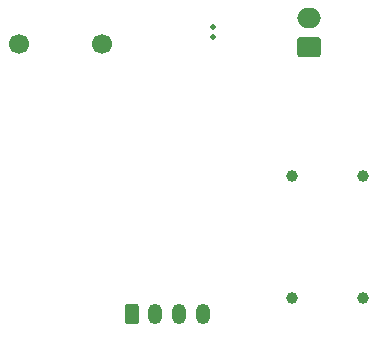
<source format=gbs>
G04 #@! TF.GenerationSoftware,KiCad,Pcbnew,(5.1.8)-1*
G04 #@! TF.CreationDate,2021-04-18T13:12:28+09:00*
G04 #@! TF.ProjectId,USB-Audio-StereoMic&MonauralSpeaker,5553422d-4175-4646-996f-2d5374657265,rev?*
G04 #@! TF.SameCoordinates,Original*
G04 #@! TF.FileFunction,Soldermask,Bot*
G04 #@! TF.FilePolarity,Negative*
%FSLAX46Y46*%
G04 Gerber Fmt 4.6, Leading zero omitted, Abs format (unit mm)*
G04 Created by KiCad (PCBNEW (5.1.8)-1) date 2021-04-18 13:12:28*
%MOMM*%
%LPD*%
G01*
G04 APERTURE LIST*
%ADD10O,2.000000X1.700000*%
%ADD11O,1.200000X1.750000*%
%ADD12C,1.000000*%
%ADD13C,1.700000*%
%ADD14C,0.508000*%
G04 APERTURE END LIST*
D10*
G04 #@! TO.C,J4*
X130600000Y-103400000D03*
G36*
G01*
X131350000Y-106750000D02*
X129850000Y-106750000D01*
G75*
G02*
X129600000Y-106500000I0J250000D01*
G01*
X129600000Y-105300000D01*
G75*
G02*
X129850000Y-105050000I250000J0D01*
G01*
X131350000Y-105050000D01*
G75*
G02*
X131600000Y-105300000I0J-250000D01*
G01*
X131600000Y-106500000D01*
G75*
G02*
X131350000Y-106750000I-250000J0D01*
G01*
G37*
G04 #@! TD*
D11*
G04 #@! TO.C,J1*
X121600000Y-128500000D03*
X119600000Y-128500000D03*
X117600000Y-128500000D03*
G36*
G01*
X115000000Y-129125001D02*
X115000000Y-127874999D01*
G75*
G02*
X115249999Y-127625000I249999J0D01*
G01*
X115950001Y-127625000D01*
G75*
G02*
X116200000Y-127874999I0J-249999D01*
G01*
X116200000Y-129125001D01*
G75*
G02*
X115950001Y-129375000I-249999J0D01*
G01*
X115249999Y-129375000D01*
G75*
G02*
X115000000Y-129125001I0J249999D01*
G01*
G37*
G04 #@! TD*
D12*
G04 #@! TO.C,J3*
X129200000Y-127100000D03*
X135200000Y-127100000D03*
G04 #@! TD*
D13*
G04 #@! TO.C,J5*
X113050000Y-105600000D03*
X106050000Y-105600000D03*
G04 #@! TD*
D12*
G04 #@! TO.C,J2*
X129200000Y-116800000D03*
X135200000Y-116800000D03*
G04 #@! TD*
D14*
G04 #@! TO.C,U4*
X122500000Y-104206300D03*
X122500000Y-104993700D03*
G04 #@! TD*
M02*

</source>
